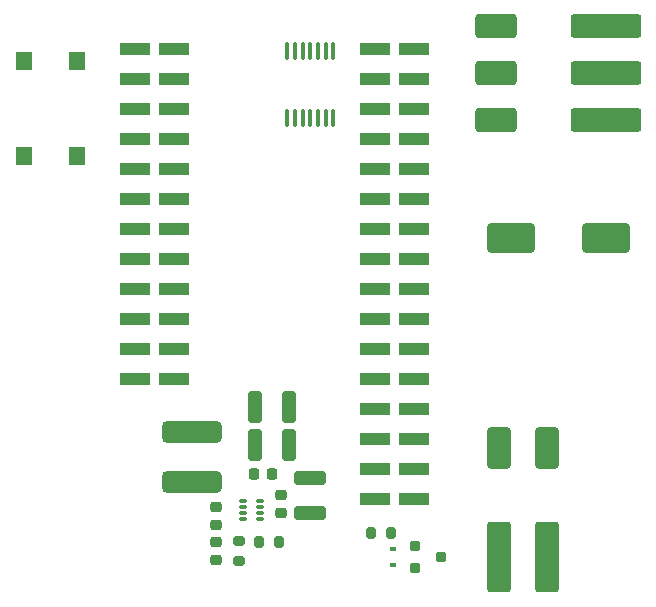
<source format=gbr>
G04 #@! TF.GenerationSoftware,KiCad,Pcbnew,9.0.6*
G04 #@! TF.CreationDate,2025-12-24T09:31:41-05:00*
G04 #@! TF.ProjectId,project-bed-light,70726f6a-6563-4742-9d62-65642d6c6967,rev?*
G04 #@! TF.SameCoordinates,Original*
G04 #@! TF.FileFunction,Paste,Top*
G04 #@! TF.FilePolarity,Positive*
%FSLAX46Y46*%
G04 Gerber Fmt 4.6, Leading zero omitted, Abs format (unit mm)*
G04 Created by KiCad (PCBNEW 9.0.6) date 2025-12-24 09:31:41*
%MOMM*%
%LPD*%
G01*
G04 APERTURE LIST*
G04 Aperture macros list*
%AMRoundRect*
0 Rectangle with rounded corners*
0 $1 Rounding radius*
0 $2 $3 $4 $5 $6 $7 $8 $9 X,Y pos of 4 corners*
0 Add a 4 corners polygon primitive as box body*
4,1,4,$2,$3,$4,$5,$6,$7,$8,$9,$2,$3,0*
0 Add four circle primitives for the rounded corners*
1,1,$1+$1,$2,$3*
1,1,$1+$1,$4,$5*
1,1,$1+$1,$6,$7*
1,1,$1+$1,$8,$9*
0 Add four rect primitives between the rounded corners*
20,1,$1+$1,$2,$3,$4,$5,0*
20,1,$1+$1,$4,$5,$6,$7,0*
20,1,$1+$1,$6,$7,$8,$9,0*
20,1,$1+$1,$8,$9,$2,$3,0*%
G04 Aperture macros list end*
%ADD10R,1.400000X1.600000*%
%ADD11RoundRect,0.225000X-0.225000X-0.250000X0.225000X-0.250000X0.225000X0.250000X-0.225000X0.250000X0*%
%ADD12RoundRect,0.200000X0.275000X-0.200000X0.275000X0.200000X-0.275000X0.200000X-0.275000X-0.200000X0*%
%ADD13RoundRect,0.250000X-1.750000X-1.000000X1.750000X-1.000000X1.750000X1.000000X-1.750000X1.000000X0*%
%ADD14RoundRect,0.225000X-0.250000X0.225000X-0.250000X-0.225000X0.250000X-0.225000X0.250000X0.225000X0*%
%ADD15R,2.510000X1.000000*%
%ADD16RoundRect,0.200000X-0.200000X-0.275000X0.200000X-0.275000X0.200000X0.275000X-0.200000X0.275000X0*%
%ADD17RoundRect,0.250000X1.100000X-0.325000X1.100000X0.325000X-1.100000X0.325000X-1.100000X-0.325000X0*%
%ADD18RoundRect,0.250000X-0.325000X-1.100000X0.325000X-1.100000X0.325000X1.100000X-0.325000X1.100000X0*%
%ADD19RoundRect,0.100000X-0.100000X0.637500X-0.100000X-0.637500X0.100000X-0.637500X0.100000X0.637500X0*%
%ADD20RoundRect,0.200000X0.200000X0.275000X-0.200000X0.275000X-0.200000X-0.275000X0.200000X-0.275000X0*%
%ADD21RoundRect,0.225000X0.250000X-0.225000X0.250000X0.225000X-0.250000X0.225000X-0.250000X-0.225000X0*%
%ADD22RoundRect,0.200000X-0.250000X-0.200000X0.250000X-0.200000X0.250000X0.200000X-0.250000X0.200000X0*%
%ADD23RoundRect,0.475000X2.075000X-0.475000X2.075000X0.475000X-2.075000X0.475000X-2.075000X-0.475000X0*%
%ADD24RoundRect,0.250000X2.750000X0.750000X-2.750000X0.750000X-2.750000X-0.750000X2.750000X-0.750000X0*%
%ADD25RoundRect,0.250000X1.500000X0.750000X-1.500000X0.750000X-1.500000X-0.750000X1.500000X-0.750000X0*%
%ADD26RoundRect,0.250000X0.750000X-2.750000X0.750000X2.750000X-0.750000X2.750000X-0.750000X-2.750000X0*%
%ADD27RoundRect,0.250000X0.750000X-1.500000X0.750000X1.500000X-0.750000X1.500000X-0.750000X-1.500000X0*%
%ADD28RoundRect,0.050000X0.285000X0.100000X-0.285000X0.100000X-0.285000X-0.100000X0.285000X-0.100000X0*%
%ADD29RoundRect,0.100000X-0.150000X0.100000X-0.150000X-0.100000X0.150000X-0.100000X0.150000X0.100000X0*%
G04 APERTURE END LIST*
D10*
G04 #@! TO.C,S1*
X23750000Y-38000000D03*
X23750000Y-30000000D03*
X28250000Y-38000000D03*
X28250000Y-30000000D03*
G04 #@! TD*
D11*
G04 #@! TO.C,C5*
X43225000Y-65000000D03*
X44775000Y-65000000D03*
G04 #@! TD*
D12*
G04 #@! TO.C,R2*
X42000000Y-72325000D03*
X42000000Y-70675000D03*
G04 #@! TD*
D13*
G04 #@! TO.C,C8*
X65000000Y-45000000D03*
X73000000Y-45000000D03*
G04 #@! TD*
D14*
G04 #@! TO.C,C3*
X40000000Y-70725000D03*
X40000000Y-72275000D03*
G04 #@! TD*
D15*
G04 #@! TO.C,U2*
X33185000Y-28950000D03*
X36495000Y-28950000D03*
X33185000Y-31490000D03*
X36495000Y-31490000D03*
X33185000Y-34030000D03*
X36495000Y-34030000D03*
X33185000Y-36570000D03*
X36495000Y-36570000D03*
X33185000Y-39110000D03*
X36495000Y-39110000D03*
X33185000Y-41650000D03*
X36495000Y-41650000D03*
X33185000Y-44190000D03*
X36495000Y-44190000D03*
X33185000Y-46730000D03*
X36495000Y-46730000D03*
X33185000Y-49270000D03*
X36495000Y-49270000D03*
X33185000Y-51810000D03*
X36495000Y-51810000D03*
X33185000Y-54350000D03*
X36495000Y-54350000D03*
X33185000Y-56890000D03*
X36495000Y-56890000D03*
X53505000Y-28950000D03*
X56815000Y-28950000D03*
X53505000Y-31490000D03*
X56815000Y-31490000D03*
X53505000Y-34030000D03*
X56815000Y-34030000D03*
X53505000Y-36570000D03*
X56815000Y-36570000D03*
X53505000Y-39110000D03*
X56815000Y-39110000D03*
X53505000Y-41650000D03*
X56815000Y-41650000D03*
X53505000Y-44190000D03*
X56815000Y-44190000D03*
X53505000Y-46730000D03*
X56815000Y-46730000D03*
X53505000Y-49270000D03*
X56815000Y-49270000D03*
X53505000Y-51810000D03*
X56815000Y-51810000D03*
X53505000Y-54350000D03*
X56815000Y-54350000D03*
X53505000Y-56890000D03*
X56815000Y-56890000D03*
X53505000Y-59430000D03*
X56815000Y-59430000D03*
X53505000Y-61970000D03*
X56815000Y-61970000D03*
X53505000Y-64510000D03*
X56815000Y-64510000D03*
X53505000Y-67050000D03*
X56815000Y-67050000D03*
G04 #@! TD*
D16*
G04 #@! TO.C,R3*
X43675000Y-70750000D03*
X45325000Y-70750000D03*
G04 #@! TD*
D17*
G04 #@! TO.C,C1*
X48000000Y-68225000D03*
X48000000Y-65275000D03*
G04 #@! TD*
D18*
G04 #@! TO.C,C6*
X43275000Y-62500000D03*
X46225000Y-62500000D03*
G04 #@! TD*
G04 #@! TO.C,C7*
X43275000Y-59250000D03*
X46225000Y-59250000D03*
G04 #@! TD*
D19*
G04 #@! TO.C,U3*
X49950000Y-29137500D03*
X49300000Y-29137500D03*
X48650000Y-29137500D03*
X48000000Y-29137500D03*
X47350000Y-29137500D03*
X46700000Y-29137500D03*
X46050000Y-29137500D03*
X46050000Y-34862500D03*
X46700000Y-34862500D03*
X47350000Y-34862500D03*
X48000000Y-34862500D03*
X48650000Y-34862500D03*
X49300000Y-34862500D03*
X49950000Y-34862500D03*
G04 #@! TD*
D20*
G04 #@! TO.C,R1*
X54825000Y-70000000D03*
X53175000Y-70000000D03*
G04 #@! TD*
D21*
G04 #@! TO.C,C4*
X40000000Y-69275000D03*
X40000000Y-67725000D03*
G04 #@! TD*
D22*
G04 #@! TO.C,Q1*
X56900000Y-71050000D03*
X56900000Y-72950000D03*
X59100000Y-72000000D03*
G04 #@! TD*
D23*
G04 #@! TO.C,L1*
X38000000Y-65600000D03*
X38000000Y-61400000D03*
G04 #@! TD*
D21*
G04 #@! TO.C,C2*
X45500000Y-68275000D03*
X45500000Y-66725000D03*
G04 #@! TD*
D24*
G04 #@! TO.C,J2*
X73000000Y-35000000D03*
D25*
X63750000Y-35000000D03*
D24*
X73000000Y-31000000D03*
D25*
X63750000Y-31000000D03*
D24*
X73000000Y-27000000D03*
D25*
X63750000Y-27000000D03*
G04 #@! TD*
D26*
G04 #@! TO.C,J1*
X64000000Y-72000000D03*
D27*
X64000000Y-62750000D03*
D26*
X68000000Y-72000000D03*
D27*
X68000000Y-62750000D03*
G04 #@! TD*
D28*
G04 #@! TO.C,U1*
X43740000Y-68750000D03*
X43740000Y-68250000D03*
X43740000Y-67750000D03*
X43740000Y-67250000D03*
X42260000Y-67250000D03*
X42260000Y-67750000D03*
X42260000Y-68250000D03*
X42260000Y-68750000D03*
G04 #@! TD*
D29*
G04 #@! TO.C,D1*
X55000000Y-72700000D03*
X55000000Y-71300000D03*
G04 #@! TD*
M02*

</source>
